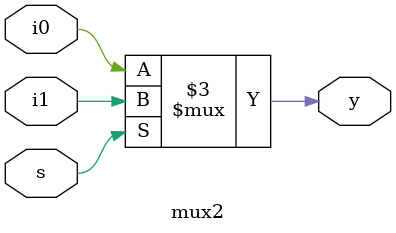
<source format=v>
module mux2(s,i0,i1,y);
input s,i0,i1;
output reg y;

always@(*)
begin

if(s)
y=i1;

else
y=i0;


end

endmodule
</source>
